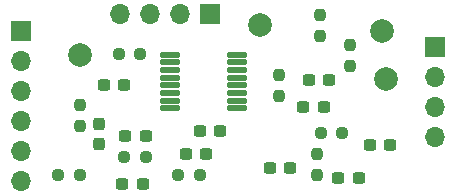
<source format=gbr>
%TF.GenerationSoftware,KiCad,Pcbnew,7.0.5*%
%TF.CreationDate,2023-10-03T15:35:51+05:30*%
%TF.ProjectId,ADS122C04,41445331-3232-4433-9034-2e6b69636164,rev?*%
%TF.SameCoordinates,Original*%
%TF.FileFunction,Soldermask,Top*%
%TF.FilePolarity,Negative*%
%FSLAX46Y46*%
G04 Gerber Fmt 4.6, Leading zero omitted, Abs format (unit mm)*
G04 Created by KiCad (PCBNEW 7.0.5) date 2023-10-03 15:35:51*
%MOMM*%
%LPD*%
G01*
G04 APERTURE LIST*
G04 Aperture macros list*
%AMRoundRect*
0 Rectangle with rounded corners*
0 $1 Rounding radius*
0 $2 $3 $4 $5 $6 $7 $8 $9 X,Y pos of 4 corners*
0 Add a 4 corners polygon primitive as box body*
4,1,4,$2,$3,$4,$5,$6,$7,$8,$9,$2,$3,0*
0 Add four circle primitives for the rounded corners*
1,1,$1+$1,$2,$3*
1,1,$1+$1,$4,$5*
1,1,$1+$1,$6,$7*
1,1,$1+$1,$8,$9*
0 Add four rect primitives between the rounded corners*
20,1,$1+$1,$2,$3,$4,$5,0*
20,1,$1+$1,$4,$5,$6,$7,0*
20,1,$1+$1,$6,$7,$8,$9,0*
20,1,$1+$1,$8,$9,$2,$3,0*%
G04 Aperture macros list end*
%ADD10RoundRect,0.237500X0.237500X-0.250000X0.237500X0.250000X-0.237500X0.250000X-0.237500X-0.250000X0*%
%ADD11C,2.000000*%
%ADD12RoundRect,0.237500X-0.300000X-0.237500X0.300000X-0.237500X0.300000X0.237500X-0.300000X0.237500X0*%
%ADD13RoundRect,0.237500X0.250000X0.237500X-0.250000X0.237500X-0.250000X-0.237500X0.250000X-0.237500X0*%
%ADD14RoundRect,0.237500X0.300000X0.237500X-0.300000X0.237500X-0.300000X-0.237500X0.300000X-0.237500X0*%
%ADD15RoundRect,0.020500X-0.764500X-0.184500X0.764500X-0.184500X0.764500X0.184500X-0.764500X0.184500X0*%
%ADD16RoundRect,0.237500X-0.250000X-0.237500X0.250000X-0.237500X0.250000X0.237500X-0.250000X0.237500X0*%
%ADD17RoundRect,0.237500X0.237500X-0.300000X0.237500X0.300000X-0.237500X0.300000X-0.237500X-0.300000X0*%
%ADD18RoundRect,0.237500X-0.237500X0.250000X-0.237500X-0.250000X0.237500X-0.250000X0.237500X0.250000X0*%
%ADD19R,1.700000X1.700000*%
%ADD20O,1.700000X1.700000*%
G04 APERTURE END LIST*
D10*
%TO.C,R7*%
X203200000Y-97432500D03*
X203200000Y-95607500D03*
%TD*%
D11*
%TO.C,TP3*%
X182880000Y-99060000D03*
%TD*%
D10*
%TO.C,R4*%
X202996800Y-109218100D03*
X202996800Y-107393100D03*
%TD*%
D11*
%TO.C,TP4*%
X208788000Y-101041200D03*
%TD*%
D12*
%TO.C,C8*%
X191873800Y-107442000D03*
X193598800Y-107442000D03*
%TD*%
%TO.C,C9*%
X184914200Y-101549200D03*
X186639200Y-101549200D03*
%TD*%
D13*
%TO.C,R10*%
X188008900Y-98958400D03*
X186183900Y-98958400D03*
%TD*%
D14*
%TO.C,C1*%
X209142500Y-106680000D03*
X207417500Y-106680000D03*
%TD*%
D13*
%TO.C,R2*%
X205128500Y-105664000D03*
X203303500Y-105664000D03*
%TD*%
D15*
%TO.C,U1*%
X190500000Y-99000000D03*
X190500000Y-99650000D03*
X190500000Y-100300000D03*
X190500000Y-100950000D03*
X190500000Y-101600000D03*
X190500000Y-102250000D03*
X190500000Y-102900000D03*
X190500000Y-103550000D03*
X196240000Y-103550000D03*
X196240000Y-102900000D03*
X196240000Y-102250000D03*
X196240000Y-101600000D03*
X196240000Y-100950000D03*
X196240000Y-100300000D03*
X196240000Y-99650000D03*
X196240000Y-99000000D03*
%TD*%
D12*
%TO.C,C2*%
X198984700Y-108610400D03*
X200709700Y-108610400D03*
%TD*%
D16*
%TO.C,R3*%
X191215000Y-109220000D03*
X193040000Y-109220000D03*
%TD*%
D17*
%TO.C,C7*%
X184505600Y-106576200D03*
X184505600Y-104851200D03*
%TD*%
D14*
%TO.C,C4*%
X188466900Y-105918000D03*
X186741900Y-105918000D03*
%TD*%
D11*
%TO.C,TP1*%
X198120000Y-96520000D03*
%TD*%
D18*
%TO.C,R8*%
X205740000Y-98147500D03*
X205740000Y-99972500D03*
%TD*%
D16*
%TO.C,R5*%
X186641100Y-107696000D03*
X188466100Y-107696000D03*
%TD*%
%TO.C,R6*%
X181055000Y-109220000D03*
X182880000Y-109220000D03*
%TD*%
D12*
%TO.C,C10*%
X202286700Y-101142800D03*
X204011700Y-101142800D03*
%TD*%
D10*
%TO.C,R9*%
X199747500Y-102512500D03*
X199747500Y-100687500D03*
%TD*%
D12*
%TO.C,C3*%
X193041100Y-105460800D03*
X194766100Y-105460800D03*
%TD*%
D10*
%TO.C,R1*%
X182880000Y-105052500D03*
X182880000Y-103227500D03*
%TD*%
D11*
%TO.C,TP2*%
X208483200Y-97028000D03*
%TD*%
D12*
%TO.C,C5*%
X186487900Y-109982000D03*
X188212900Y-109982000D03*
%TD*%
D14*
%TO.C,C6*%
X206500900Y-109423200D03*
X204775900Y-109423200D03*
%TD*%
%TO.C,C11*%
X203553400Y-103479600D03*
X201828400Y-103479600D03*
%TD*%
D19*
%TO.C,J1*%
X177901600Y-97028000D03*
D20*
X177901600Y-99568000D03*
X177901600Y-102108000D03*
X177901600Y-104648000D03*
X177901600Y-107188000D03*
X177901600Y-109728000D03*
%TD*%
D19*
%TO.C,J2*%
X212953600Y-98348800D03*
D20*
X212953600Y-100888800D03*
X212953600Y-103428800D03*
X212953600Y-105968800D03*
%TD*%
D19*
%TO.C,J3*%
X193954400Y-95605600D03*
D20*
X191414400Y-95605600D03*
X188874400Y-95605600D03*
X186334400Y-95605600D03*
%TD*%
M02*

</source>
